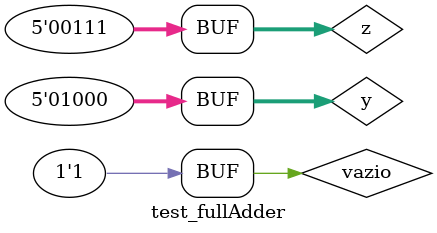
<source format=v>
		module halfAdder (output s0, 
									  output s1,
				                 input w,  
				                 input x); 
		
		xor (s0, w, x);          // VER MODIFICACOES NO EXERCICIO ANTERIOR
		and (s1, w, x);
		 
		endmodule // halfAdder 
		
		module fullAdder (output s0, 
								output s1,
		                  input w,  
		                  input x,  
		                  input ci);
			wire sxor,sand1,sand2;				
						 
			halfAdder ha1(sxor,sand1,w,x);
			halfAdder ha2(s0,sand2,ci,sxor);
			or (s1, sand1, sand2);

		endmodule // fullAdder 
		
		module fullSubtractor6bit (output [4:0] s0, 
									      output s1,
				                     input [4:0] w,  
				                     input [4:0] x,  
				                     input ci);
									  
			wire pass1;				
						 
			fullAdder fa1(s0[0], pass1, w[0], ~x[0], ci);
			fullAdder fa2(s0[1], pass2, w[1], ~x[1], pass1);
			fullAdder fa3(s0[2], pass3, w[2], ~x[2], pass2);
			fullAdder fa4(s0[3], pass4, w[3], ~x[3], pass3);
			fullAdder fa5(s0[4], s1, w[4], ~x[4], pass4);

		endmodule // fullSubtractor 
	module test_fullAdder; 
// ------------------------- definir dados 
		reg [4:0] y; 
		reg [4:0] z; 
		reg vazio;
		wire carry1; 
		wire carry2; 
		wire carry3; 
		wire carry4; 
		wire [4:0] s0f;
		wire s1f;
		
		fullSubtractor6bit fs1 (s0f, s1f, y, z, vazio);
		//fullSubtractor fs3 (s0f[2], carry3, y[2], z[2], carry2);
		//fullSubtractor fs4 (s0f[3], carry4, y[3], z[3], carry3);
		//fullSubtractor fs5 (s0f[4], s1f, y[4], z[4], carry4);
		
// ------------------------- parte principal 
	initial begin 
		$display("Exemplo0022 - Pedro Henrique Vilar Locatelli - 427453"); 
		$display("Test ALU's full subtractor"); 
		
		// projetar testes do somador complete
		
		#1 y = 5'b00001; z = 5'b00001; vazio = 1'b1;
		
		$monitor("%b - %b = %b%b", y, z, s1f, s0f ); 
		
		#2 y = 5'b00100; z = 5'b00001; vazio = 1'b1;
		#3 y = 5'b01000; z = 5'b00111; vazio = 1'b1;
		
	end 
endmodule // test_fullAdder 
</source>
